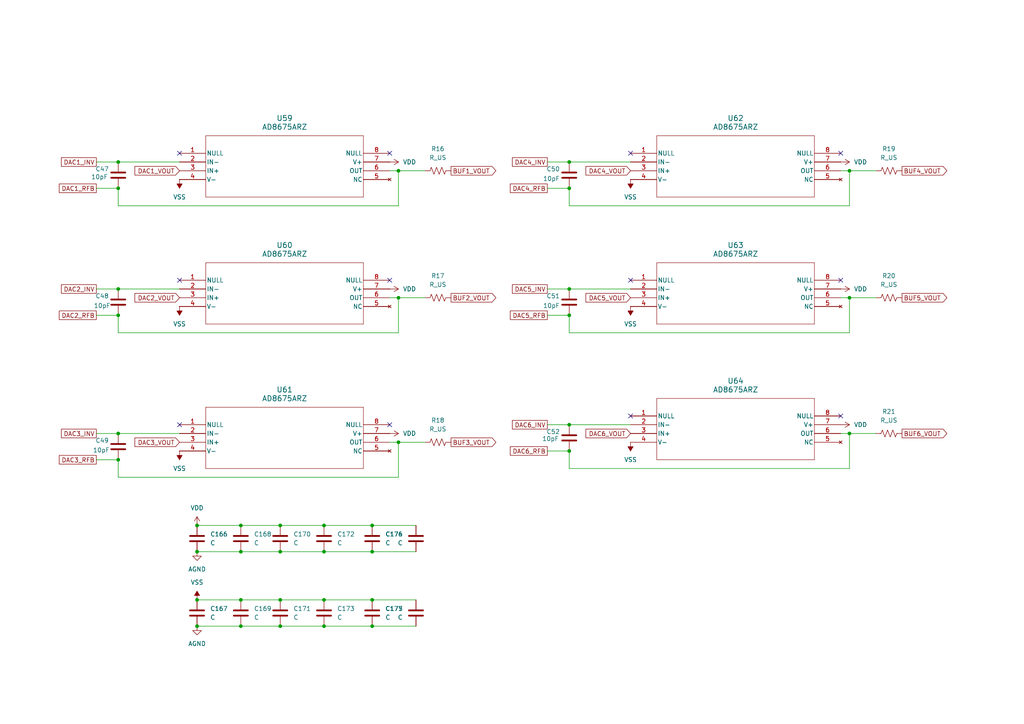
<source format=kicad_sch>
(kicad_sch (version 20250114) (generator "eeschema") (generator_version "9.0")
  (paper "A4")
  (lib_symbols
    (symbol "2025-11-19_01-14-20:AD8675ARZ" (pin_names (offset 0.254))
      (property "Reference" "U" (at 30.48 10.16 0))
      (property "Value" "AD8675ARZ" (at 30.48 7.62 0))
      (symbol "AD8675ARZ_0_1"
        (polyline (pts (xy 7.62 5.08) (xy 7.62 -12.7)) (stroke (width 0.127)))
        (polyline (pts (xy 7.62 -12.7) (xy 53.34 -12.7)) (stroke (width 0.127)))
        (polyline (pts (xy 53.34 5.08) (xy 7.62 5.08)) (stroke (width 0.127)))
        (polyline (pts (xy 53.34 -12.7) (xy 53.34 5.08)) (stroke (width 0.127)))
        (pin unspecified line (at 0 0 0) (length 7.62) (name "NULL") (number "1"))
        (pin input line (at 0 -2.54 0) (length 7.62) (name "IN-") (number "2"))
        (pin input line (at 0 -5.08 0) (length 7.62) (name "IN+") (number "3"))
        (pin power_in line (at 0 -7.62 0) (length 7.62) (name "V-") (number "4"))
        (pin unspecified line (at 60.96 0 180) (length 7.62) (name "NULL") (number "8"))
        (pin power_in line (at 60.96 -2.54 180) (length 7.62) (name "V+") (number "7"))
        (pin output line (at 60.96 -5.08 180) (length 7.62) (name "OUT") (number "6"))
        (pin no_connect line (at 60.96 -7.62 180) (length 7.62) (name "NC") (number "5"))
      )
    )
    (symbol "Device:C" (pin_numbers (hide yes)) (pin_names (offset 0.254))
      (property "Reference" "C" (at 0.635 2.54 0))
      (property "Value" "C" (at 0.635 -2.54 0))
      (symbol "C_0_1"
        (polyline (pts (xy -2.032 0.762) (xy 2.032 0.762)) (stroke (width 0.508)))
        (polyline (pts (xy -2.032 -0.762) (xy 2.032 -0.762)) (stroke (width 0.508)))
      )
      (symbol "C_1_1"
        (pin passive line (at 0 3.81 270) (length 2.794) (name "~") (number "1"))
        (pin passive line (at 0 -3.81 90) (length 2.794) (name "~") (number "2"))
      )
    )
    (symbol "Device:R_US" (pin_numbers (hide yes)) (pin_names (offset 0))
      (property "Reference" "R" (at 2.54 0 90))
      (property "Value" "R_US" (at -2.54 0 90))
      (symbol "R_US_0_1"
        (polyline (pts (xy 0 2.286) (xy 0 2.54)))
        (polyline (pts (xy 0 2.286) (xy 1.016 1.905) (xy 0 1.524) (xy -1.016 1.143) (xy 0 0.762)))
        (polyline (pts (xy 0 0.762) (xy 1.016 0.381) (xy 0 0) (xy -1.016 -0.381) (xy 0 -0.762)))
        (polyline (pts (xy 0 -0.762) (xy 1.016 -1.143) (xy 0 -1.524) (xy -1.016 -1.905) (xy 0 -2.286)))
        (polyline (pts (xy 0 -2.286) (xy 0 -2.54)))
      )
      (symbol "R_US_1_1"
        (pin passive line (at 0 3.81 270) (length 1.27) (name "~") (number "1"))
        (pin passive line (at 0 -3.81 90) (length 1.27) (name "~") (number "2"))
      )
    )
    (symbol "power:GND" (power) (pin_numbers (hide yes)) (pin_names (offset 0) (hide yes))
      (property "Value" "GND" (at 0 -3.81 0))
      (symbol "GND_0_1"
        (polyline (pts (xy 0 0) (xy 0 -1.27) (xy 1.27 -1.27) (xy 0 -2.54) (xy -1.27 -1.27) (xy 0 -1.27)))
      )
      (symbol "GND_1_1"
        (pin power_in line (at 0 0 270) (length 0) (name "~") (number "1"))
      )
    )
    (symbol "power:VDD" (power) (pin_numbers (hide yes)) (pin_names (offset 0) (hide yes))
      (property "Value" "VDD" (at 0 3.556 0))
      (symbol "VDD_0_1"
        (polyline (pts (xy -0.762 1.27) (xy 0 2.54)))
        (polyline (pts (xy 0 2.54) (xy 0.762 1.27)))
        (polyline (pts (xy 0 0) (xy 0 2.54)))
      )
      (symbol "VDD_1_1"
        (pin power_in line (at 0 0 90) (length 0) (name "~") (number "1"))
      )
    )
    (symbol "power:VSS" (power) (pin_numbers (hide yes)) (pin_names (offset 0) (hide yes))
      (property "Value" "VSS" (at 0 3.556 0))
      (symbol "VSS_0_1"
        (polyline (pts (xy 0 0) (xy 0 2.54)))
        (polyline (pts (xy 0.762 1.27) (xy -0.762 1.27) (xy 0 2.54) (xy 0.762 1.27)) (fill (type outline)))
      )
      (symbol "VSS_1_1"
        (pin power_in line (at 0 0 90) (length 0) (name "~") (number "1"))
      )
    )
  )
  (junction (at 246.38 125.73))
  (junction (at 93.98 160.02))
  (junction (at 34.29 91.44))
  (junction (at 107.95 160.02))
  (junction (at 69.85 173.99))
  (junction (at 57.15 160.02))
  (junction (at 165.1 123.19))
  (junction (at 81.28 160.02))
  (junction (at 115.57 128.27))
  (junction (at 165.1 91.44))
  (junction (at 165.1 54.61))
  (junction (at 165.1 46.99))
  (junction (at 246.38 86.36))
  (junction (at 69.85 160.02))
  (junction (at 81.28 181.61))
  (junction (at 165.1 130.81))
  (junction (at 34.29 54.61))
  (junction (at 93.98 181.61))
  (junction (at 34.29 133.35))
  (junction (at 69.85 152.4))
  (junction (at 81.28 173.99))
  (junction (at 165.1 83.82))
  (junction (at 93.98 173.99))
  (junction (at 57.15 181.61))
  (junction (at 34.29 125.73))
  (junction (at 57.15 152.4))
  (junction (at 107.95 173.99))
  (junction (at 107.95 152.4))
  (junction (at 93.98 152.4))
  (junction (at 81.28 152.4))
  (junction (at 57.15 173.99))
  (junction (at 115.57 49.53))
  (junction (at 34.29 46.99))
  (junction (at 69.85 181.61))
  (junction (at 34.29 83.82))
  (junction (at 107.95 181.61))
  (junction (at 115.57 86.36))
  (junction (at 246.38 49.53))
  (no_connect (at 243.84 81.28))
  (no_connect (at 113.03 81.28))
  (no_connect (at 243.84 44.45))
  (no_connect (at 113.03 123.19))
  (no_connect (at 182.88 81.28))
  (no_connect (at 52.07 44.45))
  (no_connect (at 182.88 44.45))
  (no_connect (at 182.88 120.65))
  (no_connect (at 243.84 120.65))
  (no_connect (at 113.03 44.45))
  (no_connect (at 52.07 123.19))
  (no_connect (at 52.07 81.28))
  (wire (pts (xy 107.95 152.4) (xy 120.65 152.4)))
  (wire (pts (xy 57.15 152.4) (xy 69.85 152.4)))
  (wire (pts (xy 246.38 86.36) (xy 254 86.36)))
  (wire (pts (xy 57.15 181.61) (xy 69.85 181.61)))
  (wire (pts (xy 115.57 49.53) (xy 123.19 49.53)))
  (wire (pts (xy 93.98 173.99) (xy 107.95 173.99)))
  (wire (pts (xy 81.28 173.99) (xy 93.98 173.99)))
  (wire (pts (xy 158.75 130.81) (xy 165.1 130.81)))
  (wire (pts (xy 165.1 83.82) (xy 182.88 83.82)))
  (wire (pts (xy 34.29 96.52) (xy 115.57 96.52)))
  (wire (pts (xy 69.85 181.61) (xy 81.28 181.61)))
  (wire (pts (xy 69.85 173.99) (xy 81.28 173.99)))
  (wire (pts (xy 158.75 46.99) (xy 165.1 46.99)))
  (wire (pts (xy 81.28 181.61) (xy 93.98 181.61)))
  (wire (pts (xy 34.29 59.69) (xy 115.57 59.69)))
  (wire (pts (xy 165.1 123.19) (xy 182.88 123.19)))
  (wire (pts (xy 93.98 181.61) (xy 107.95 181.61)))
  (wire (pts (xy 69.85 152.4) (xy 81.28 152.4)))
  (wire (pts (xy 158.75 123.19) (xy 165.1 123.19)))
  (wire (pts (xy 69.85 160.02) (xy 81.28 160.02)))
  (wire (pts (xy 27.94 133.35) (xy 34.29 133.35)))
  (wire (pts (xy 81.28 160.02) (xy 93.98 160.02)))
  (wire (pts (xy 34.29 83.82) (xy 52.07 83.82)))
  (wire (pts (xy 246.38 59.69) (xy 246.38 49.53)))
  (wire (pts (xy 107.95 173.99) (xy 120.65 173.99)))
  (wire (pts (xy 93.98 160.02) (xy 107.95 160.02)))
  (wire (pts (xy 27.94 46.99) (xy 34.29 46.99)))
  (wire (pts (xy 27.94 54.61) (xy 34.29 54.61)))
  (wire (pts (xy 27.94 83.82) (xy 34.29 83.82)))
  (wire (pts (xy 246.38 86.36) (xy 243.84 86.36)))
  (wire (pts (xy 115.57 59.69) (xy 115.57 49.53)))
  (wire (pts (xy 107.95 160.02) (xy 120.65 160.02)))
  (wire (pts (xy 165.1 130.81) (xy 165.1 135.89)))
  (wire (pts (xy 115.57 128.27) (xy 123.19 128.27)))
  (wire (pts (xy 158.75 91.44) (xy 165.1 91.44)))
  (wire (pts (xy 107.95 181.61) (xy 120.65 181.61)))
  (wire (pts (xy 27.94 91.44) (xy 34.29 91.44)))
  (wire (pts (xy 165.1 46.99) (xy 182.88 46.99)))
  (wire (pts (xy 165.1 54.61) (xy 165.1 59.69)))
  (wire (pts (xy 115.57 96.52) (xy 115.57 86.36)))
  (wire (pts (xy 93.98 152.4) (xy 107.95 152.4)))
  (wire (pts (xy 115.57 86.36) (xy 123.19 86.36)))
  (wire (pts (xy 158.75 54.61) (xy 165.1 54.61)))
  (wire (pts (xy 158.75 83.82) (xy 165.1 83.82)))
  (wire (pts (xy 57.15 160.02) (xy 69.85 160.02)))
  (wire (pts (xy 115.57 138.43) (xy 115.57 128.27)))
  (wire (pts (xy 165.1 135.89) (xy 246.38 135.89)))
  (wire (pts (xy 165.1 59.69) (xy 246.38 59.69)))
  (wire (pts (xy 34.29 46.99) (xy 52.07 46.99)))
  (wire (pts (xy 246.38 96.52) (xy 246.38 86.36)))
  (wire (pts (xy 34.29 54.61) (xy 34.29 59.69)))
  (wire (pts (xy 115.57 128.27) (xy 113.03 128.27)))
  (wire (pts (xy 81.28 152.4) (xy 93.98 152.4)))
  (wire (pts (xy 34.29 125.73) (xy 52.07 125.73)))
  (wire (pts (xy 115.57 49.53) (xy 113.03 49.53)))
  (wire (pts (xy 165.1 91.44) (xy 165.1 96.52)))
  (wire (pts (xy 115.57 86.36) (xy 113.03 86.36)))
  (wire (pts (xy 246.38 125.73) (xy 254 125.73)))
  (wire (pts (xy 34.29 133.35) (xy 34.29 138.43)))
  (wire (pts (xy 246.38 125.73) (xy 243.84 125.73)))
  (wire (pts (xy 246.38 49.53) (xy 254 49.53)))
  (wire (pts (xy 57.15 173.99) (xy 69.85 173.99)))
  (wire (pts (xy 165.1 96.52) (xy 246.38 96.52)))
  (wire (pts (xy 246.38 135.89) (xy 246.38 125.73)))
  (wire (pts (xy 34.29 91.44) (xy 34.29 96.52)))
  (wire (pts (xy 34.29 138.43) (xy 115.57 138.43)))
  (wire (pts (xy 27.94 125.73) (xy 34.29 125.73)))
  (wire (pts (xy 246.38 49.53) (xy 243.84 49.53)))
  (global_label "BUF2_VOUT" (shape output) (at 130.81 86.36 0) (property "Intersheetrefs" "${INTERSHEET_REFS}" (effects (hide yes))))
  (global_label "DAC3_RFB" (shape passive) (at 27.94 133.35 180) (property "Intersheetrefs" "${INTERSHEET_REFS}" (effects (hide yes))))
  (global_label "DAC2_INV" (shape passive) (at 27.94 83.82 180) (property "Intersheetrefs" "${INTERSHEET_REFS}" (effects (hide yes))))
  (global_label "DAC1_INV" (shape passive) (at 27.94 46.99 180) (property "Intersheetrefs" "${INTERSHEET_REFS}" (effects (hide yes))))
  (global_label "BUF4_VOUT" (shape output) (at 261.62 49.53 0) (property "Intersheetrefs" "${INTERSHEET_REFS}" (effects (hide yes))))
  (global_label "DAC6_VOUT" (shape input) (at 182.88 125.73 180) (property "Intersheetrefs" "${INTERSHEET_REFS}" (effects (hide yes))))
  (global_label "BUF3_VOUT" (shape output) (at 130.81 128.27 0) (property "Intersheetrefs" "${INTERSHEET_REFS}" (effects (hide yes))))
  (global_label "DAC4_VOUT" (shape input) (at 182.88 49.53 180) (property "Intersheetrefs" "${INTERSHEET_REFS}" (effects (hide yes))))
  (global_label "DAC2_RFB" (shape passive) (at 27.94 91.44 180) (property "Intersheetrefs" "${INTERSHEET_REFS}" (effects (hide yes))))
  (global_label "DAC1_VOUT" (shape input) (at 52.07 49.53 180) (property "Intersheetrefs" "${INTERSHEET_REFS}" (effects (hide yes))))
  (global_label "DAC3_INV" (shape passive) (at 27.94 125.73 180) (property "Intersheetrefs" "${INTERSHEET_REFS}" (effects (hide yes))))
  (global_label "DAC1_RFB" (shape passive) (at 27.94 54.61 180) (property "Intersheetrefs" "${INTERSHEET_REFS}" (effects (hide yes))))
  (global_label "DAC4_INV" (shape passive) (at 158.75 46.99 180) (property "Intersheetrefs" "${INTERSHEET_REFS}" (effects (hide yes))))
  (global_label "DAC6_INV" (shape passive) (at 158.75 123.19 180) (property "Intersheetrefs" "${INTERSHEET_REFS}" (effects (hide yes))))
  (global_label "DAC5_INV" (shape passive) (at 158.75 83.82 180) (property "Intersheetrefs" "${INTERSHEET_REFS}" (effects (hide yes))))
  (global_label "BUF1_VOUT" (shape output) (at 130.81 49.53 0) (property "Intersheetrefs" "${INTERSHEET_REFS}" (effects (hide yes))))
  (global_label "BUF5_VOUT" (shape output) (at 261.62 86.36 0) (property "Intersheetrefs" "${INTERSHEET_REFS}" (effects (hide yes))))
  (global_label "DAC6_RFB" (shape passive) (at 158.75 130.81 180) (property "Intersheetrefs" "${INTERSHEET_REFS}" (effects (hide yes))))
  (global_label "DAC2_VOUT" (shape input) (at 52.07 86.36 180) (property "Intersheetrefs" "${INTERSHEET_REFS}" (effects (hide yes))))
  (global_label "BUF6_VOUT" (shape output) (at 261.62 125.73 0) (property "Intersheetrefs" "${INTERSHEET_REFS}" (effects (hide yes))))
  (global_label "DAC5_VOUT" (shape input) (at 182.88 86.36 180) (property "Intersheetrefs" "${INTERSHEET_REFS}" (effects (hide yes))))
  (global_label "DAC3_VOUT" (shape input) (at 52.07 128.27 180) (property "Intersheetrefs" "${INTERSHEET_REFS}" (effects (hide yes))))
  (global_label "DAC5_RFB" (shape passive) (at 158.75 91.44 180) (property "Intersheetrefs" "${INTERSHEET_REFS}" (effects (hide yes))))
  (global_label "DAC4_RFB" (shape passive) (at 158.75 54.61 180) (property "Intersheetrefs" "${INTERSHEET_REFS}" (effects (hide yes))))
  (symbol (lib_id "Device:C") (at 165.1 50.8 0) (unit 1)
    (property "Reference" "C50" (at 158.496 49.022 0) (effects (justify left)))
    (property "Value" "10pF" (at 157.48 51.816 0) (effects (justify left)))
    (property "Footprint" "Capacitor_SMD:C_0603_1608Metric_Pad1.08x0.95mm_HandSolder" (effects (hide yes)))
    (property "Description" "Unpolarized capacitor" (effects (hide yes)))
  )
  (symbol (lib_id "power:VSS") (at 52.07 52.07 0) (mirror x) (unit 1)
    (property "Reference" "#PWR0219" (effects (hide yes)))
    (property "Value" "VSS" (at 52.07 57.15 0))
    (property "Description" "Power symbol creates a global label with name \"VSS\"" (effects (hide yes)))
  )
  (symbol (lib_id "Device:C") (at 69.85 177.8 0) (unit 1)
    (property "Reference" "C169" (at 73.66 176.5299 0) (effects (justify left)))
    (property "Value" "C" (at 73.66 179.0699 0) (effects (justify left)))
    (property "Footprint" "Capacitor_SMD:C_0402_1005Metric_Pad0.74x0.62mm_HandSolder" (effects (hide yes)))
    (property "Description" "Unpolarized capacitor" (effects (hide yes)))
  )
  (symbol (lib_id "Device:C") (at 93.98 156.21 0) (unit 1)
    (property "Reference" "C172" (at 97.79 154.9399 0) (effects (justify left)))
    (property "Value" "C" (at 97.79 157.4799 0) (effects (justify left)))
    (property "Footprint" "Capacitor_SMD:C_0402_1005Metric_Pad0.74x0.62mm_HandSolder" (effects (hide yes)))
    (property "Description" "Unpolarized capacitor" (effects (hide yes)))
  )
  (symbol (lib_id "Device:C") (at 93.98 177.8 0) (unit 1)
    (property "Reference" "C173" (at 97.79 176.5299 0) (effects (justify left)))
    (property "Value" "C" (at 97.79 179.0699 0) (effects (justify left)))
    (property "Footprint" "Capacitor_SMD:C_0402_1005Metric_Pad0.74x0.62mm_HandSolder" (effects (hide yes)))
    (property "Description" "Unpolarized capacitor" (effects (hide yes)))
  )
  (symbol (lib_id "Device:C") (at 165.1 127 0) (unit 1)
    (property "Reference" "C52" (at 158.496 125.222 0) (effects (justify left)))
    (property "Value" "10pF" (at 157.226 127.254 0) (effects (justify left)))
    (property "Footprint" "Capacitor_SMD:C_0603_1608Metric_Pad1.08x0.95mm_HandSolder" (effects (hide yes)))
    (property "Description" "Unpolarized capacitor" (effects (hide yes)))
  )
  (symbol (lib_id "power:VSS") (at 52.07 88.9 0) (mirror x) (unit 1)
    (property "Reference" "#PWR0221" (effects (hide yes)))
    (property "Value" "VSS" (at 52.07 93.98 0))
    (property "Description" "Power symbol creates a global label with name \"VSS\"" (effects (hide yes)))
  )
  (symbol (lib_id "power:VSS") (at 182.88 52.07 0) (mirror x) (unit 1)
    (property "Reference" "#PWR0225" (effects (hide yes)))
    (property "Value" "VSS" (at 182.88 57.15 0))
    (property "Description" "Power symbol creates a global label with name \"VSS\"" (effects (hide yes)))
  )
  (symbol (lib_id "Device:R_US") (at 257.81 125.73 90) (unit 1)
    (property "Reference" "R21" (at 257.81 119.38 90))
    (property "Value" "R_US" (at 257.81 121.92 90))
    (property "Footprint" "Resistor_SMD:R_0805_2012Metric" (effects (hide yes)))
    (property "Description" "Resistor, US symbol" (effects (hide yes)))
  )
  (symbol (lib_id "Device:C") (at 120.65 156.21 0) (mirror y) (unit 1)
    (property "Reference" "C176" (at 116.84 154.9399 0) (effects (justify left)))
    (property "Value" "C" (at 116.84 157.4799 0) (effects (justify left)))
    (property "Footprint" "Capacitor_SMD:C_0402_1005Metric_Pad0.74x0.62mm_HandSolder" (effects (hide yes)))
    (property "Description" "Unpolarized capacitor" (effects (hide yes)))
  )
  (symbol (lib_id "power:VSS") (at 57.15 173.99 0) (mirror y) (unit 1)
    (property "Reference" "#PWR0528" (effects (hide yes)))
    (property "Value" "VSS" (at 57.15 168.91 0))
    (property "Description" "Power symbol creates a global label with name \"VSS\"" (effects (hide yes)))
  )
  (symbol (lib_id "Device:C") (at 107.95 177.8 0) (unit 1)
    (property "Reference" "C175" (at 111.76 176.5299 0) (effects (justify left)))
    (property "Value" "C" (at 111.76 179.0699 0) (effects (justify left)))
    (property "Footprint" "Capacitor_SMD:C_0402_1005Metric_Pad0.74x0.62mm_HandSolder" (effects (hide yes)))
    (property "Description" "Unpolarized capacitor" (effects (hide yes)))
  )
  (symbol (lib_id "power:VDD") (at 113.03 46.99 270) (unit 1)
    (property "Reference" "#PWR0220" (effects (hide yes)))
    (property "Value" "VDD" (at 116.84 46.9899 90) (effects (justify left)))
    (property "Description" "Power symbol creates a global label with name \"VDD\"" (effects (hide yes)))
  )
  (symbol (lib_id "Device:C") (at 165.1 87.63 0) (unit 1)
    (property "Reference" "C51" (at 158.496 85.852 0) (effects (justify left)))
    (property "Value" "10pF" (at 157.48 88.646 0) (effects (justify left)))
    (property "Footprint" "Capacitor_SMD:C_0603_1608Metric_Pad1.08x0.95mm_HandSolder" (effects (hide yes)))
    (property "Description" "Unpolarized capacitor" (effects (hide yes)))
  )
  (symbol (lib_id "power:GND") (at 57.15 181.61 0) (unit 1)
    (property "Reference" "#PWR0529" (effects (hide yes)))
    (property "Value" "AGND" (at 57.15 186.69 0))
    (property "Description" "Power symbol creates a global label with name \"GND\" , ground" (effects (hide yes)))
  )
  (symbol (lib_id "power:VSS") (at 52.07 130.81 0) (mirror x) (unit 1)
    (property "Reference" "#PWR0223" (effects (hide yes)))
    (property "Value" "VSS" (at 52.07 135.89 0))
    (property "Description" "Power symbol creates a global label with name \"VSS\"" (effects (hide yes)))
  )
  (symbol (lib_id "Device:C") (at 34.29 129.54 0) (unit 1)
    (property "Reference" "C49" (at 27.686 127.762 0) (effects (justify left)))
    (property "Value" "10pF" (at 26.924 130.556 0) (effects (justify left)))
    (property "Footprint" "Capacitor_SMD:C_0603_1608Metric_Pad1.08x0.95mm_HandSolder" (effects (hide yes)))
    (property "Description" "Unpolarized capacitor" (effects (hide yes)))
  )
  (symbol (lib_id "2025-11-19_01-14-20:AD8675ARZ") (at 182.88 44.45 0) (unit 1)
    (property "Reference" "U62" (at 213.36 34.29 0) (effects (font (size 1.524 1.524))))
    (property "Value" "AD8675ARZ" (at 213.36 36.83 0) (effects (font (size 1.524 1.524))))
    (property "Footprint" "Package_SO:SOIC-8_3.9x4.9mm_P1.27mm" (effects (hide yes)))
    (property "Datasheet" "https://www.analog.com/media/en/technical-documentation/data-sheets/AD8675.pdf" (effects (hide yes)))
  )
  (symbol (lib_id "power:VDD") (at 243.84 83.82 270) (unit 1)
    (property "Reference" "#PWR0228" (effects (hide yes)))
    (property "Value" "VDD" (at 247.65 83.8199 90) (effects (justify left)))
    (property "Description" "Power symbol creates a global label with name \"VDD\"" (effects (hide yes)))
  )
  (symbol (lib_id "Device:R_US") (at 257.81 86.36 90) (unit 1)
    (property "Reference" "R20" (at 257.81 80.01 90))
    (property "Value" "R_US" (at 257.81 82.55 90))
    (property "Footprint" "Resistor_SMD:R_0805_2012Metric" (effects (hide yes)))
    (property "Description" "Resistor, US symbol" (effects (hide yes)))
  )
  (symbol (lib_id "Device:C") (at 81.28 156.21 0) (unit 1)
    (property "Reference" "C170" (at 85.09 154.9399 0) (effects (justify left)))
    (property "Value" "C" (at 85.09 157.4799 0) (effects (justify left)))
    (property "Footprint" "Capacitor_SMD:C_0402_1005Metric_Pad0.74x0.62mm_HandSolder" (effects (hide yes)))
    (property "Description" "Unpolarized capacitor" (effects (hide yes)))
  )
  (symbol (lib_id "Device:C") (at 57.15 177.8 0) (unit 1)
    (property "Reference" "C167" (at 60.96 176.5299 0) (effects (justify left)))
    (property "Value" "C" (at 60.96 179.0699 0) (effects (justify left)))
    (property "Footprint" "Capacitor_SMD:C_0402_1005Metric_Pad0.74x0.62mm_HandSolder" (effects (hide yes)))
    (property "Description" "Unpolarized capacitor" (effects (hide yes)))
  )
  (symbol (lib_id "2025-11-19_01-14-20:AD8675ARZ") (at 182.88 120.65 0) (unit 1)
    (property "Reference" "U64" (at 213.36 110.49 0) (effects (font (size 1.524 1.524))))
    (property "Value" "AD8675ARZ" (at 213.36 113.03 0) (effects (font (size 1.524 1.524))))
    (property "Footprint" "Package_SO:SOIC-8_3.9x4.9mm_P1.27mm" (effects (hide yes)))
    (property "Datasheet" "https://www.analog.com/media/en/technical-documentation/data-sheets/AD8675.pdf" (effects (hide yes)))
  )
  (symbol (lib_id "power:VSS") (at 182.88 128.27 0) (mirror x) (unit 1)
    (property "Reference" "#PWR0229" (effects (hide yes)))
    (property "Value" "VSS" (at 182.88 133.35 0))
    (property "Description" "Power symbol creates a global label with name \"VSS\"" (effects (hide yes)))
  )
  (symbol (lib_id "Device:C") (at 107.95 156.21 0) (unit 1)
    (property "Reference" "C174" (at 111.76 154.9399 0) (effects (justify left)))
    (property "Value" "C" (at 111.76 157.4799 0) (effects (justify left)))
    (property "Footprint" "Capacitor_SMD:C_0402_1005Metric_Pad0.74x0.62mm_HandSolder" (effects (hide yes)))
    (property "Description" "Unpolarized capacitor" (effects (hide yes)))
  )
  (symbol (lib_id "Device:C") (at 34.29 87.63 0) (unit 1)
    (property "Reference" "C48" (at 27.686 85.852 0) (effects (justify left)))
    (property "Value" "10pF" (at 27.178 88.646 0) (effects (justify left)))
    (property "Footprint" "Capacitor_SMD:C_0603_1608Metric_Pad1.08x0.95mm_HandSolder" (effects (hide yes)))
    (property "Description" "Unpolarized capacitor" (effects (hide yes)))
  )
  (symbol (lib_id "Device:C") (at 81.28 177.8 0) (unit 1)
    (property "Reference" "C171" (at 85.09 176.5299 0) (effects (justify left)))
    (property "Value" "C" (at 85.09 179.0699 0) (effects (justify left)))
    (property "Footprint" "Capacitor_SMD:C_0402_1005Metric_Pad0.74x0.62mm_HandSolder" (effects (hide yes)))
    (property "Description" "Unpolarized capacitor" (effects (hide yes)))
  )
  (symbol (lib_id "2025-11-19_01-14-20:AD8675ARZ") (at 182.88 81.28 0) (unit 1)
    (property "Reference" "U63" (at 213.36 71.12 0) (effects (font (size 1.524 1.524))))
    (property "Value" "AD8675ARZ" (at 213.36 73.66 0) (effects (font (size 1.524 1.524))))
    (property "Footprint" "Package_SO:SOIC-8_3.9x4.9mm_P1.27mm" (effects (hide yes)))
    (property "Datasheet" "https://www.analog.com/media/en/technical-documentation/data-sheets/AD8675.pdf" (effects (hide yes)))
  )
  (symbol (lib_id "Device:C") (at 34.29 50.8 0) (unit 1)
    (property "Reference" "C47" (at 27.686 49.022 0) (effects (justify left)))
    (property "Value" "10pF" (at 26.416 51.308 0) (effects (justify left)))
    (property "Footprint" "Capacitor_SMD:C_0603_1608Metric_Pad1.08x0.95mm_HandSolder" (effects (hide yes)))
    (property "Description" "Unpolarized capacitor" (effects (hide yes)))
  )
  (symbol (lib_id "power:VDD") (at 243.84 46.99 270) (unit 1)
    (property "Reference" "#PWR0226" (effects (hide yes)))
    (property "Value" "VDD" (at 247.65 46.9899 90) (effects (justify left)))
    (property "Description" "Power symbol creates a global label with name \"VDD\"" (effects (hide yes)))
  )
  (symbol (lib_id "power:VDD") (at 113.03 125.73 270) (unit 1)
    (property "Reference" "#PWR0224" (effects (hide yes)))
    (property "Value" "VDD" (at 116.84 125.7299 90) (effects (justify left)))
    (property "Description" "Power symbol creates a global label with name \"VDD\"" (effects (hide yes)))
  )
  (symbol (lib_id "Device:C") (at 69.85 156.21 0) (unit 1)
    (property "Reference" "C168" (at 73.66 154.9399 0) (effects (justify left)))
    (property "Value" "C" (at 73.66 157.4799 0) (effects (justify left)))
    (property "Footprint" "Capacitor_SMD:C_0402_1005Metric_Pad0.74x0.62mm_HandSolder" (effects (hide yes)))
    (property "Description" "Unpolarized capacitor" (effects (hide yes)))
  )
  (symbol (lib_id "Device:R_US") (at 257.81 49.53 90) (unit 1)
    (property "Reference" "R19" (at 257.81 43.18 90))
    (property "Value" "R_US" (at 257.81 45.72 90))
    (property "Footprint" "Resistor_SMD:R_0805_2012Metric" (effects (hide yes)))
    (property "Description" "Resistor, US symbol" (effects (hide yes)))
  )
  (symbol (lib_id "2025-11-19_01-14-20:AD8675ARZ") (at 52.07 81.28 0) (unit 1)
    (property "Reference" "U60" (at 82.55 71.12 0) (effects (font (size 1.524 1.524))))
    (property "Value" "AD8675ARZ" (at 82.55 73.66 0) (effects (font (size 1.524 1.524))))
    (property "Footprint" "Package_SO:SOIC-8_3.9x4.9mm_P1.27mm" (effects (hide yes)))
    (property "Datasheet" "https://www.analog.com/media/en/technical-documentation/data-sheets/AD8675.pdf" (effects (hide yes)))
  )
  (symbol (lib_id "Device:R_US") (at 127 86.36 90) (unit 1)
    (property "Reference" "R17" (at 127 80.01 90))
    (property "Value" "R_US" (at 127 82.55 90))
    (property "Footprint" "Resistor_SMD:R_0805_2012Metric" (effects (hide yes)))
    (property "Description" "Resistor, US symbol" (effects (hide yes)))
  )
  (symbol (lib_id "power:VSS") (at 182.88 88.9 0) (mirror x) (unit 1)
    (property "Reference" "#PWR0227" (effects (hide yes)))
    (property "Value" "VSS" (at 182.88 93.98 0))
    (property "Description" "Power symbol creates a global label with name \"VSS\"" (effects (hide yes)))
  )
  (symbol (lib_id "power:GND") (at 57.15 160.02 0) (unit 1)
    (property "Reference" "#PWR0527" (effects (hide yes)))
    (property "Value" "AGND" (at 57.15 165.1 0))
    (property "Description" "Power symbol creates a global label with name \"GND\" , ground" (effects (hide yes)))
  )
  (symbol (lib_id "2025-11-19_01-14-20:AD8675ARZ") (at 52.07 123.19 0) (unit 1)
    (property "Reference" "U61" (at 82.55 113.03 0) (effects (font (size 1.524 1.524))))
    (property "Value" "AD8675ARZ" (at 82.55 115.57 0) (effects (font (size 1.524 1.524))))
    (property "Footprint" "Package_SO:SOIC-8_3.9x4.9mm_P1.27mm" (effects (hide yes)))
    (property "Datasheet" "https://www.analog.com/media/en/technical-documentation/data-sheets/AD8675.pdf" (effects (hide yes)))
  )
  (symbol (lib_id "power:VDD") (at 243.84 123.19 270) (unit 1)
    (property "Reference" "#PWR0230" (effects (hide yes)))
    (property "Value" "VDD" (at 247.65 123.1899 90) (effects (justify left)))
    (property "Description" "Power symbol creates a global label with name \"VDD\"" (effects (hide yes)))
  )
  (symbol (lib_id "power:VDD") (at 57.15 152.4 0) (unit 1)
    (property "Reference" "#PWR0526" (effects (hide yes)))
    (property "Value" "VDD" (at 57.15 147.32 0))
    (property "Description" "Power symbol creates a global label with name \"VDD\"" (effects (hide yes)))
  )
  (symbol (lib_id "power:VDD") (at 113.03 83.82 270) (unit 1)
    (property "Reference" "#PWR0222" (effects (hide yes)))
    (property "Value" "VDD" (at 116.84 83.8199 90) (effects (justify left)))
    (property "Description" "Power symbol creates a global label with name \"VDD\"" (effects (hide yes)))
  )
  (symbol (lib_id "Device:C") (at 57.15 156.21 0) (unit 1)
    (property "Reference" "C166" (at 60.96 154.9399 0) (effects (justify left)))
    (property "Value" "C" (at 60.96 157.4799 0) (effects (justify left)))
    (property "Footprint" "Capacitor_SMD:C_0402_1005Metric_Pad0.74x0.62mm_HandSolder" (effects (hide yes)))
    (property "Description" "Unpolarized capacitor" (effects (hide yes)))
  )
  (symbol (lib_id "Device:R_US") (at 127 49.53 90) (unit 1)
    (property "Reference" "R16" (at 127 43.18 90))
    (property "Value" "R_US" (at 127 45.72 90))
    (property "Footprint" "Resistor_SMD:R_0805_2012Metric" (effects (hide yes)))
    (property "Description" "Resistor, US symbol" (effects (hide yes)))
  )
  (symbol (lib_id "2025-11-19_01-14-20:AD8675ARZ") (at 52.07 44.45 0) (unit 1)
    (property "Reference" "U59" (at 82.55 34.29 0) (effects (font (size 1.524 1.524))))
    (property "Value" "AD8675ARZ" (at 82.55 36.83 0) (effects (font (size 1.524 1.524))))
    (property "Footprint" "Package_SO:SOIC-8_3.9x4.9mm_P1.27mm" (effects (hide yes)))
    (property "Datasheet" "https://www.analog.com/media/en/technical-documentation/data-sheets/AD8675.pdf" (effects (hide yes)))
  )
  (symbol (lib_id "Device:R_US") (at 127 128.27 90) (unit 1)
    (property "Reference" "R18" (at 127 121.92 90))
    (property "Value" "R_US" (at 127 124.46 90))
    (property "Footprint" "Resistor_SMD:R_0805_2012Metric" (effects (hide yes)))
    (property "Description" "Resistor, US symbol" (effects (hide yes)))
  )
  (symbol (lib_id "Device:C") (at 120.65 177.8 0) (mirror y) (unit 1)
    (property "Reference" "C177" (at 116.84 176.5299 0) (effects (justify left)))
    (property "Value" "C" (at 116.84 179.0699 0) (effects (justify left)))
    (property "Footprint" "Capacitor_SMD:C_0402_1005Metric_Pad0.74x0.62mm_HandSolder" (effects (hide yes)))
    (property "Description" "Unpolarized capacitor" (effects (hide yes)))
  )
)
</source>
